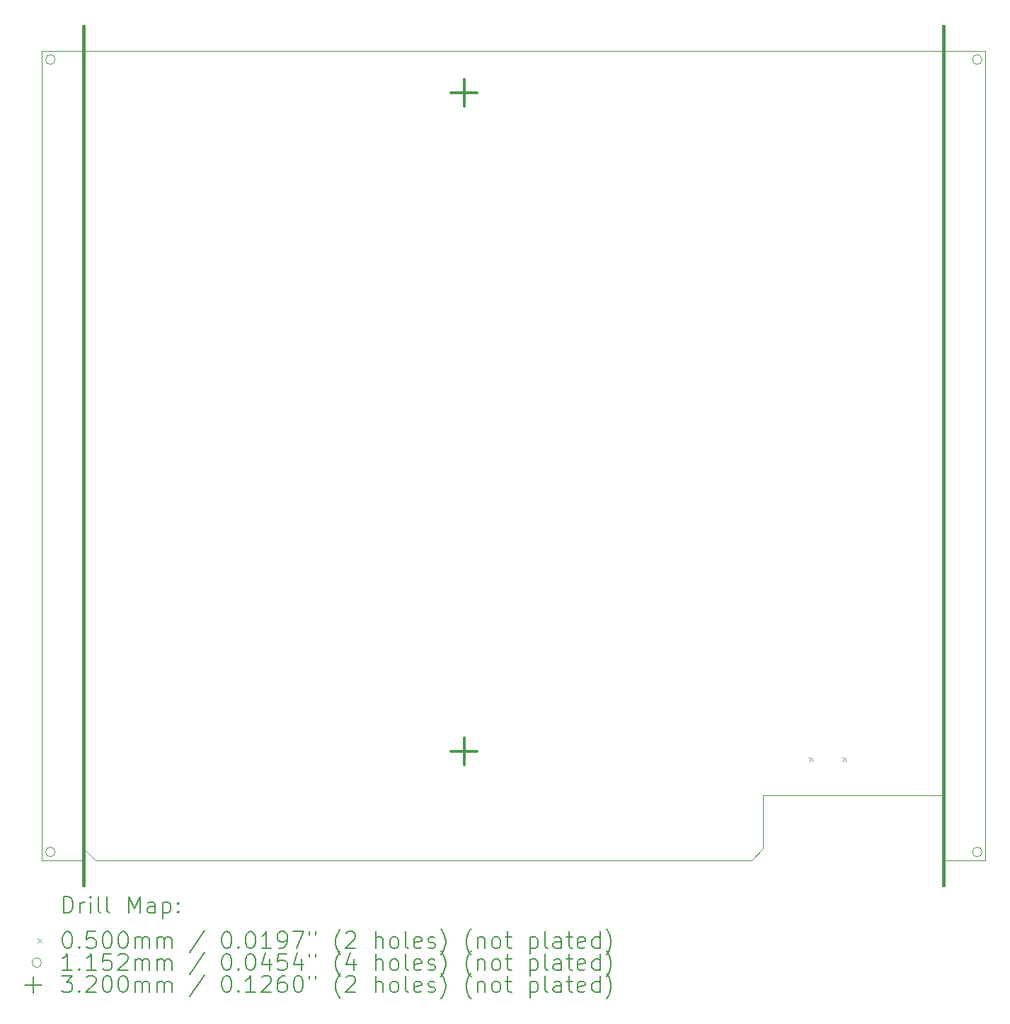
<source format=gbr>
%TF.GenerationSoftware,KiCad,Pcbnew,7.0.7*%
%TF.CreationDate,2023-10-23T19:44:44-06:00*%
%TF.ProjectId,PicoGUS chipdown with edge rails,5069636f-4755-4532-9063-686970646f77,rev?*%
%TF.SameCoordinates,Original*%
%TF.FileFunction,Drillmap*%
%TF.FilePolarity,Positive*%
%FSLAX45Y45*%
G04 Gerber Fmt 4.5, Leading zero omitted, Abs format (unit mm)*
G04 Created by KiCad (PCBNEW 7.0.7) date 2023-10-23 19:44:44*
%MOMM*%
%LPD*%
G01*
G04 APERTURE LIST*
%ADD10C,0.400000*%
%ADD11C,0.100000*%
%ADD12C,0.200000*%
%ADD13C,0.050000*%
%ADD14C,0.115200*%
%ADD15C,0.320000*%
G04 APERTURE END LIST*
D10*
X19994000Y-1700000D02*
X19994000Y-11973625D01*
X9706000Y-1700000D02*
X9706000Y-11973625D01*
D11*
X20493500Y-11673625D02*
X20493500Y-2000000D01*
X9706500Y-2000000D02*
X9206500Y-2000000D01*
X17691625Y-11671500D02*
X17834500Y-11530750D01*
X17834500Y-10895750D02*
X19993500Y-10895750D01*
X9206500Y-2000000D02*
X9206500Y-11673625D01*
X19993500Y-2000000D02*
X9706500Y-2000000D01*
X9206500Y-11673625D02*
X9206500Y-11673625D01*
X9706500Y-11673625D02*
X9706500Y-11530750D01*
X9206500Y-11673625D02*
X9706500Y-11673625D01*
X19993500Y-10895750D02*
X19993500Y-11673625D01*
X17834500Y-11530750D02*
X17834500Y-10895750D01*
X20493500Y-2000000D02*
X19993500Y-2000000D01*
X9849375Y-11673625D02*
X17691625Y-11671500D01*
X9706500Y-11530750D02*
X9849375Y-11673625D01*
X19993500Y-11673625D02*
X20493500Y-11673625D01*
D12*
D13*
X18377750Y-10440650D02*
X18427750Y-10490650D01*
X18427750Y-10440650D02*
X18377750Y-10490650D01*
X18777750Y-10440650D02*
X18827750Y-10490650D01*
X18827750Y-10440650D02*
X18777750Y-10490650D01*
D14*
X9364100Y-2100000D02*
G75*
G03*
X9364100Y-2100000I-57600J0D01*
G01*
X9364100Y-11573625D02*
G75*
G03*
X9364100Y-11573625I-57600J0D01*
G01*
X20451100Y-2100000D02*
G75*
G03*
X20451100Y-2100000I-57600J0D01*
G01*
X20451100Y-11573625D02*
G75*
G03*
X20451100Y-11573625I-57600J0D01*
G01*
D15*
X14254250Y-2334750D02*
X14254250Y-2654750D01*
X14094250Y-2494750D02*
X14414250Y-2494750D01*
X14254250Y-10208750D02*
X14254250Y-10528750D01*
X14094250Y-10368750D02*
X14414250Y-10368750D01*
D12*
X9462277Y-12305109D02*
X9462277Y-12105109D01*
X9462277Y-12105109D02*
X9509896Y-12105109D01*
X9509896Y-12105109D02*
X9538467Y-12114633D01*
X9538467Y-12114633D02*
X9557515Y-12133680D01*
X9557515Y-12133680D02*
X9567039Y-12152728D01*
X9567039Y-12152728D02*
X9576563Y-12190823D01*
X9576563Y-12190823D02*
X9576563Y-12219394D01*
X9576563Y-12219394D02*
X9567039Y-12257490D01*
X9567039Y-12257490D02*
X9557515Y-12276537D01*
X9557515Y-12276537D02*
X9538467Y-12295585D01*
X9538467Y-12295585D02*
X9509896Y-12305109D01*
X9509896Y-12305109D02*
X9462277Y-12305109D01*
X9662277Y-12305109D02*
X9662277Y-12171775D01*
X9662277Y-12209871D02*
X9671801Y-12190823D01*
X9671801Y-12190823D02*
X9681324Y-12181299D01*
X9681324Y-12181299D02*
X9700372Y-12171775D01*
X9700372Y-12171775D02*
X9719420Y-12171775D01*
X9786086Y-12305109D02*
X9786086Y-12171775D01*
X9786086Y-12105109D02*
X9776563Y-12114633D01*
X9776563Y-12114633D02*
X9786086Y-12124156D01*
X9786086Y-12124156D02*
X9795610Y-12114633D01*
X9795610Y-12114633D02*
X9786086Y-12105109D01*
X9786086Y-12105109D02*
X9786086Y-12124156D01*
X9909896Y-12305109D02*
X9890848Y-12295585D01*
X9890848Y-12295585D02*
X9881324Y-12276537D01*
X9881324Y-12276537D02*
X9881324Y-12105109D01*
X10014658Y-12305109D02*
X9995610Y-12295585D01*
X9995610Y-12295585D02*
X9986086Y-12276537D01*
X9986086Y-12276537D02*
X9986086Y-12105109D01*
X10243229Y-12305109D02*
X10243229Y-12105109D01*
X10243229Y-12105109D02*
X10309896Y-12247966D01*
X10309896Y-12247966D02*
X10376563Y-12105109D01*
X10376563Y-12105109D02*
X10376563Y-12305109D01*
X10557515Y-12305109D02*
X10557515Y-12200347D01*
X10557515Y-12200347D02*
X10547991Y-12181299D01*
X10547991Y-12181299D02*
X10528944Y-12171775D01*
X10528944Y-12171775D02*
X10490848Y-12171775D01*
X10490848Y-12171775D02*
X10471801Y-12181299D01*
X10557515Y-12295585D02*
X10538467Y-12305109D01*
X10538467Y-12305109D02*
X10490848Y-12305109D01*
X10490848Y-12305109D02*
X10471801Y-12295585D01*
X10471801Y-12295585D02*
X10462277Y-12276537D01*
X10462277Y-12276537D02*
X10462277Y-12257490D01*
X10462277Y-12257490D02*
X10471801Y-12238442D01*
X10471801Y-12238442D02*
X10490848Y-12228918D01*
X10490848Y-12228918D02*
X10538467Y-12228918D01*
X10538467Y-12228918D02*
X10557515Y-12219394D01*
X10652753Y-12171775D02*
X10652753Y-12371775D01*
X10652753Y-12181299D02*
X10671801Y-12171775D01*
X10671801Y-12171775D02*
X10709896Y-12171775D01*
X10709896Y-12171775D02*
X10728944Y-12181299D01*
X10728944Y-12181299D02*
X10738467Y-12190823D01*
X10738467Y-12190823D02*
X10747991Y-12209871D01*
X10747991Y-12209871D02*
X10747991Y-12267013D01*
X10747991Y-12267013D02*
X10738467Y-12286061D01*
X10738467Y-12286061D02*
X10728944Y-12295585D01*
X10728944Y-12295585D02*
X10709896Y-12305109D01*
X10709896Y-12305109D02*
X10671801Y-12305109D01*
X10671801Y-12305109D02*
X10652753Y-12295585D01*
X10833705Y-12286061D02*
X10843229Y-12295585D01*
X10843229Y-12295585D02*
X10833705Y-12305109D01*
X10833705Y-12305109D02*
X10824182Y-12295585D01*
X10824182Y-12295585D02*
X10833705Y-12286061D01*
X10833705Y-12286061D02*
X10833705Y-12305109D01*
X10833705Y-12181299D02*
X10843229Y-12190823D01*
X10843229Y-12190823D02*
X10833705Y-12200347D01*
X10833705Y-12200347D02*
X10824182Y-12190823D01*
X10824182Y-12190823D02*
X10833705Y-12181299D01*
X10833705Y-12181299D02*
X10833705Y-12200347D01*
D13*
X9151500Y-12608625D02*
X9201500Y-12658625D01*
X9201500Y-12608625D02*
X9151500Y-12658625D01*
D12*
X9500372Y-12525109D02*
X9519420Y-12525109D01*
X9519420Y-12525109D02*
X9538467Y-12534633D01*
X9538467Y-12534633D02*
X9547991Y-12544156D01*
X9547991Y-12544156D02*
X9557515Y-12563204D01*
X9557515Y-12563204D02*
X9567039Y-12601299D01*
X9567039Y-12601299D02*
X9567039Y-12648918D01*
X9567039Y-12648918D02*
X9557515Y-12687013D01*
X9557515Y-12687013D02*
X9547991Y-12706061D01*
X9547991Y-12706061D02*
X9538467Y-12715585D01*
X9538467Y-12715585D02*
X9519420Y-12725109D01*
X9519420Y-12725109D02*
X9500372Y-12725109D01*
X9500372Y-12725109D02*
X9481324Y-12715585D01*
X9481324Y-12715585D02*
X9471801Y-12706061D01*
X9471801Y-12706061D02*
X9462277Y-12687013D01*
X9462277Y-12687013D02*
X9452753Y-12648918D01*
X9452753Y-12648918D02*
X9452753Y-12601299D01*
X9452753Y-12601299D02*
X9462277Y-12563204D01*
X9462277Y-12563204D02*
X9471801Y-12544156D01*
X9471801Y-12544156D02*
X9481324Y-12534633D01*
X9481324Y-12534633D02*
X9500372Y-12525109D01*
X9652753Y-12706061D02*
X9662277Y-12715585D01*
X9662277Y-12715585D02*
X9652753Y-12725109D01*
X9652753Y-12725109D02*
X9643229Y-12715585D01*
X9643229Y-12715585D02*
X9652753Y-12706061D01*
X9652753Y-12706061D02*
X9652753Y-12725109D01*
X9843229Y-12525109D02*
X9747991Y-12525109D01*
X9747991Y-12525109D02*
X9738467Y-12620347D01*
X9738467Y-12620347D02*
X9747991Y-12610823D01*
X9747991Y-12610823D02*
X9767039Y-12601299D01*
X9767039Y-12601299D02*
X9814658Y-12601299D01*
X9814658Y-12601299D02*
X9833705Y-12610823D01*
X9833705Y-12610823D02*
X9843229Y-12620347D01*
X9843229Y-12620347D02*
X9852753Y-12639394D01*
X9852753Y-12639394D02*
X9852753Y-12687013D01*
X9852753Y-12687013D02*
X9843229Y-12706061D01*
X9843229Y-12706061D02*
X9833705Y-12715585D01*
X9833705Y-12715585D02*
X9814658Y-12725109D01*
X9814658Y-12725109D02*
X9767039Y-12725109D01*
X9767039Y-12725109D02*
X9747991Y-12715585D01*
X9747991Y-12715585D02*
X9738467Y-12706061D01*
X9976563Y-12525109D02*
X9995610Y-12525109D01*
X9995610Y-12525109D02*
X10014658Y-12534633D01*
X10014658Y-12534633D02*
X10024182Y-12544156D01*
X10024182Y-12544156D02*
X10033705Y-12563204D01*
X10033705Y-12563204D02*
X10043229Y-12601299D01*
X10043229Y-12601299D02*
X10043229Y-12648918D01*
X10043229Y-12648918D02*
X10033705Y-12687013D01*
X10033705Y-12687013D02*
X10024182Y-12706061D01*
X10024182Y-12706061D02*
X10014658Y-12715585D01*
X10014658Y-12715585D02*
X9995610Y-12725109D01*
X9995610Y-12725109D02*
X9976563Y-12725109D01*
X9976563Y-12725109D02*
X9957515Y-12715585D01*
X9957515Y-12715585D02*
X9947991Y-12706061D01*
X9947991Y-12706061D02*
X9938467Y-12687013D01*
X9938467Y-12687013D02*
X9928944Y-12648918D01*
X9928944Y-12648918D02*
X9928944Y-12601299D01*
X9928944Y-12601299D02*
X9938467Y-12563204D01*
X9938467Y-12563204D02*
X9947991Y-12544156D01*
X9947991Y-12544156D02*
X9957515Y-12534633D01*
X9957515Y-12534633D02*
X9976563Y-12525109D01*
X10167039Y-12525109D02*
X10186086Y-12525109D01*
X10186086Y-12525109D02*
X10205134Y-12534633D01*
X10205134Y-12534633D02*
X10214658Y-12544156D01*
X10214658Y-12544156D02*
X10224182Y-12563204D01*
X10224182Y-12563204D02*
X10233705Y-12601299D01*
X10233705Y-12601299D02*
X10233705Y-12648918D01*
X10233705Y-12648918D02*
X10224182Y-12687013D01*
X10224182Y-12687013D02*
X10214658Y-12706061D01*
X10214658Y-12706061D02*
X10205134Y-12715585D01*
X10205134Y-12715585D02*
X10186086Y-12725109D01*
X10186086Y-12725109D02*
X10167039Y-12725109D01*
X10167039Y-12725109D02*
X10147991Y-12715585D01*
X10147991Y-12715585D02*
X10138467Y-12706061D01*
X10138467Y-12706061D02*
X10128944Y-12687013D01*
X10128944Y-12687013D02*
X10119420Y-12648918D01*
X10119420Y-12648918D02*
X10119420Y-12601299D01*
X10119420Y-12601299D02*
X10128944Y-12563204D01*
X10128944Y-12563204D02*
X10138467Y-12544156D01*
X10138467Y-12544156D02*
X10147991Y-12534633D01*
X10147991Y-12534633D02*
X10167039Y-12525109D01*
X10319420Y-12725109D02*
X10319420Y-12591775D01*
X10319420Y-12610823D02*
X10328944Y-12601299D01*
X10328944Y-12601299D02*
X10347991Y-12591775D01*
X10347991Y-12591775D02*
X10376563Y-12591775D01*
X10376563Y-12591775D02*
X10395610Y-12601299D01*
X10395610Y-12601299D02*
X10405134Y-12620347D01*
X10405134Y-12620347D02*
X10405134Y-12725109D01*
X10405134Y-12620347D02*
X10414658Y-12601299D01*
X10414658Y-12601299D02*
X10433705Y-12591775D01*
X10433705Y-12591775D02*
X10462277Y-12591775D01*
X10462277Y-12591775D02*
X10481325Y-12601299D01*
X10481325Y-12601299D02*
X10490848Y-12620347D01*
X10490848Y-12620347D02*
X10490848Y-12725109D01*
X10586086Y-12725109D02*
X10586086Y-12591775D01*
X10586086Y-12610823D02*
X10595610Y-12601299D01*
X10595610Y-12601299D02*
X10614658Y-12591775D01*
X10614658Y-12591775D02*
X10643229Y-12591775D01*
X10643229Y-12591775D02*
X10662277Y-12601299D01*
X10662277Y-12601299D02*
X10671801Y-12620347D01*
X10671801Y-12620347D02*
X10671801Y-12725109D01*
X10671801Y-12620347D02*
X10681325Y-12601299D01*
X10681325Y-12601299D02*
X10700372Y-12591775D01*
X10700372Y-12591775D02*
X10728944Y-12591775D01*
X10728944Y-12591775D02*
X10747991Y-12601299D01*
X10747991Y-12601299D02*
X10757515Y-12620347D01*
X10757515Y-12620347D02*
X10757515Y-12725109D01*
X11147991Y-12515585D02*
X10976563Y-12772728D01*
X11405134Y-12525109D02*
X11424182Y-12525109D01*
X11424182Y-12525109D02*
X11443229Y-12534633D01*
X11443229Y-12534633D02*
X11452753Y-12544156D01*
X11452753Y-12544156D02*
X11462277Y-12563204D01*
X11462277Y-12563204D02*
X11471801Y-12601299D01*
X11471801Y-12601299D02*
X11471801Y-12648918D01*
X11471801Y-12648918D02*
X11462277Y-12687013D01*
X11462277Y-12687013D02*
X11452753Y-12706061D01*
X11452753Y-12706061D02*
X11443229Y-12715585D01*
X11443229Y-12715585D02*
X11424182Y-12725109D01*
X11424182Y-12725109D02*
X11405134Y-12725109D01*
X11405134Y-12725109D02*
X11386086Y-12715585D01*
X11386086Y-12715585D02*
X11376563Y-12706061D01*
X11376563Y-12706061D02*
X11367039Y-12687013D01*
X11367039Y-12687013D02*
X11357515Y-12648918D01*
X11357515Y-12648918D02*
X11357515Y-12601299D01*
X11357515Y-12601299D02*
X11367039Y-12563204D01*
X11367039Y-12563204D02*
X11376563Y-12544156D01*
X11376563Y-12544156D02*
X11386086Y-12534633D01*
X11386086Y-12534633D02*
X11405134Y-12525109D01*
X11557515Y-12706061D02*
X11567039Y-12715585D01*
X11567039Y-12715585D02*
X11557515Y-12725109D01*
X11557515Y-12725109D02*
X11547991Y-12715585D01*
X11547991Y-12715585D02*
X11557515Y-12706061D01*
X11557515Y-12706061D02*
X11557515Y-12725109D01*
X11690848Y-12525109D02*
X11709896Y-12525109D01*
X11709896Y-12525109D02*
X11728944Y-12534633D01*
X11728944Y-12534633D02*
X11738467Y-12544156D01*
X11738467Y-12544156D02*
X11747991Y-12563204D01*
X11747991Y-12563204D02*
X11757515Y-12601299D01*
X11757515Y-12601299D02*
X11757515Y-12648918D01*
X11757515Y-12648918D02*
X11747991Y-12687013D01*
X11747991Y-12687013D02*
X11738467Y-12706061D01*
X11738467Y-12706061D02*
X11728944Y-12715585D01*
X11728944Y-12715585D02*
X11709896Y-12725109D01*
X11709896Y-12725109D02*
X11690848Y-12725109D01*
X11690848Y-12725109D02*
X11671801Y-12715585D01*
X11671801Y-12715585D02*
X11662277Y-12706061D01*
X11662277Y-12706061D02*
X11652753Y-12687013D01*
X11652753Y-12687013D02*
X11643229Y-12648918D01*
X11643229Y-12648918D02*
X11643229Y-12601299D01*
X11643229Y-12601299D02*
X11652753Y-12563204D01*
X11652753Y-12563204D02*
X11662277Y-12544156D01*
X11662277Y-12544156D02*
X11671801Y-12534633D01*
X11671801Y-12534633D02*
X11690848Y-12525109D01*
X11947991Y-12725109D02*
X11833706Y-12725109D01*
X11890848Y-12725109D02*
X11890848Y-12525109D01*
X11890848Y-12525109D02*
X11871801Y-12553680D01*
X11871801Y-12553680D02*
X11852753Y-12572728D01*
X11852753Y-12572728D02*
X11833706Y-12582252D01*
X12043229Y-12725109D02*
X12081325Y-12725109D01*
X12081325Y-12725109D02*
X12100372Y-12715585D01*
X12100372Y-12715585D02*
X12109896Y-12706061D01*
X12109896Y-12706061D02*
X12128944Y-12677490D01*
X12128944Y-12677490D02*
X12138467Y-12639394D01*
X12138467Y-12639394D02*
X12138467Y-12563204D01*
X12138467Y-12563204D02*
X12128944Y-12544156D01*
X12128944Y-12544156D02*
X12119420Y-12534633D01*
X12119420Y-12534633D02*
X12100372Y-12525109D01*
X12100372Y-12525109D02*
X12062277Y-12525109D01*
X12062277Y-12525109D02*
X12043229Y-12534633D01*
X12043229Y-12534633D02*
X12033706Y-12544156D01*
X12033706Y-12544156D02*
X12024182Y-12563204D01*
X12024182Y-12563204D02*
X12024182Y-12610823D01*
X12024182Y-12610823D02*
X12033706Y-12629871D01*
X12033706Y-12629871D02*
X12043229Y-12639394D01*
X12043229Y-12639394D02*
X12062277Y-12648918D01*
X12062277Y-12648918D02*
X12100372Y-12648918D01*
X12100372Y-12648918D02*
X12119420Y-12639394D01*
X12119420Y-12639394D02*
X12128944Y-12629871D01*
X12128944Y-12629871D02*
X12138467Y-12610823D01*
X12205134Y-12525109D02*
X12338467Y-12525109D01*
X12338467Y-12525109D02*
X12252753Y-12725109D01*
X12405134Y-12525109D02*
X12405134Y-12563204D01*
X12481325Y-12525109D02*
X12481325Y-12563204D01*
X12776563Y-12801299D02*
X12767039Y-12791775D01*
X12767039Y-12791775D02*
X12747991Y-12763204D01*
X12747991Y-12763204D02*
X12738468Y-12744156D01*
X12738468Y-12744156D02*
X12728944Y-12715585D01*
X12728944Y-12715585D02*
X12719420Y-12667966D01*
X12719420Y-12667966D02*
X12719420Y-12629871D01*
X12719420Y-12629871D02*
X12728944Y-12582252D01*
X12728944Y-12582252D02*
X12738468Y-12553680D01*
X12738468Y-12553680D02*
X12747991Y-12534633D01*
X12747991Y-12534633D02*
X12767039Y-12506061D01*
X12767039Y-12506061D02*
X12776563Y-12496537D01*
X12843229Y-12544156D02*
X12852753Y-12534633D01*
X12852753Y-12534633D02*
X12871801Y-12525109D01*
X12871801Y-12525109D02*
X12919420Y-12525109D01*
X12919420Y-12525109D02*
X12938468Y-12534633D01*
X12938468Y-12534633D02*
X12947991Y-12544156D01*
X12947991Y-12544156D02*
X12957515Y-12563204D01*
X12957515Y-12563204D02*
X12957515Y-12582252D01*
X12957515Y-12582252D02*
X12947991Y-12610823D01*
X12947991Y-12610823D02*
X12833706Y-12725109D01*
X12833706Y-12725109D02*
X12957515Y-12725109D01*
X13195610Y-12725109D02*
X13195610Y-12525109D01*
X13281325Y-12725109D02*
X13281325Y-12620347D01*
X13281325Y-12620347D02*
X13271801Y-12601299D01*
X13271801Y-12601299D02*
X13252753Y-12591775D01*
X13252753Y-12591775D02*
X13224182Y-12591775D01*
X13224182Y-12591775D02*
X13205134Y-12601299D01*
X13205134Y-12601299D02*
X13195610Y-12610823D01*
X13405134Y-12725109D02*
X13386087Y-12715585D01*
X13386087Y-12715585D02*
X13376563Y-12706061D01*
X13376563Y-12706061D02*
X13367039Y-12687013D01*
X13367039Y-12687013D02*
X13367039Y-12629871D01*
X13367039Y-12629871D02*
X13376563Y-12610823D01*
X13376563Y-12610823D02*
X13386087Y-12601299D01*
X13386087Y-12601299D02*
X13405134Y-12591775D01*
X13405134Y-12591775D02*
X13433706Y-12591775D01*
X13433706Y-12591775D02*
X13452753Y-12601299D01*
X13452753Y-12601299D02*
X13462277Y-12610823D01*
X13462277Y-12610823D02*
X13471801Y-12629871D01*
X13471801Y-12629871D02*
X13471801Y-12687013D01*
X13471801Y-12687013D02*
X13462277Y-12706061D01*
X13462277Y-12706061D02*
X13452753Y-12715585D01*
X13452753Y-12715585D02*
X13433706Y-12725109D01*
X13433706Y-12725109D02*
X13405134Y-12725109D01*
X13586087Y-12725109D02*
X13567039Y-12715585D01*
X13567039Y-12715585D02*
X13557515Y-12696537D01*
X13557515Y-12696537D02*
X13557515Y-12525109D01*
X13738468Y-12715585D02*
X13719420Y-12725109D01*
X13719420Y-12725109D02*
X13681325Y-12725109D01*
X13681325Y-12725109D02*
X13662277Y-12715585D01*
X13662277Y-12715585D02*
X13652753Y-12696537D01*
X13652753Y-12696537D02*
X13652753Y-12620347D01*
X13652753Y-12620347D02*
X13662277Y-12601299D01*
X13662277Y-12601299D02*
X13681325Y-12591775D01*
X13681325Y-12591775D02*
X13719420Y-12591775D01*
X13719420Y-12591775D02*
X13738468Y-12601299D01*
X13738468Y-12601299D02*
X13747991Y-12620347D01*
X13747991Y-12620347D02*
X13747991Y-12639394D01*
X13747991Y-12639394D02*
X13652753Y-12658442D01*
X13824182Y-12715585D02*
X13843230Y-12725109D01*
X13843230Y-12725109D02*
X13881325Y-12725109D01*
X13881325Y-12725109D02*
X13900372Y-12715585D01*
X13900372Y-12715585D02*
X13909896Y-12696537D01*
X13909896Y-12696537D02*
X13909896Y-12687013D01*
X13909896Y-12687013D02*
X13900372Y-12667966D01*
X13900372Y-12667966D02*
X13881325Y-12658442D01*
X13881325Y-12658442D02*
X13852753Y-12658442D01*
X13852753Y-12658442D02*
X13833706Y-12648918D01*
X13833706Y-12648918D02*
X13824182Y-12629871D01*
X13824182Y-12629871D02*
X13824182Y-12620347D01*
X13824182Y-12620347D02*
X13833706Y-12601299D01*
X13833706Y-12601299D02*
X13852753Y-12591775D01*
X13852753Y-12591775D02*
X13881325Y-12591775D01*
X13881325Y-12591775D02*
X13900372Y-12601299D01*
X13976563Y-12801299D02*
X13986087Y-12791775D01*
X13986087Y-12791775D02*
X14005134Y-12763204D01*
X14005134Y-12763204D02*
X14014658Y-12744156D01*
X14014658Y-12744156D02*
X14024182Y-12715585D01*
X14024182Y-12715585D02*
X14033706Y-12667966D01*
X14033706Y-12667966D02*
X14033706Y-12629871D01*
X14033706Y-12629871D02*
X14024182Y-12582252D01*
X14024182Y-12582252D02*
X14014658Y-12553680D01*
X14014658Y-12553680D02*
X14005134Y-12534633D01*
X14005134Y-12534633D02*
X13986087Y-12506061D01*
X13986087Y-12506061D02*
X13976563Y-12496537D01*
X14338468Y-12801299D02*
X14328944Y-12791775D01*
X14328944Y-12791775D02*
X14309896Y-12763204D01*
X14309896Y-12763204D02*
X14300372Y-12744156D01*
X14300372Y-12744156D02*
X14290849Y-12715585D01*
X14290849Y-12715585D02*
X14281325Y-12667966D01*
X14281325Y-12667966D02*
X14281325Y-12629871D01*
X14281325Y-12629871D02*
X14290849Y-12582252D01*
X14290849Y-12582252D02*
X14300372Y-12553680D01*
X14300372Y-12553680D02*
X14309896Y-12534633D01*
X14309896Y-12534633D02*
X14328944Y-12506061D01*
X14328944Y-12506061D02*
X14338468Y-12496537D01*
X14414658Y-12591775D02*
X14414658Y-12725109D01*
X14414658Y-12610823D02*
X14424182Y-12601299D01*
X14424182Y-12601299D02*
X14443230Y-12591775D01*
X14443230Y-12591775D02*
X14471801Y-12591775D01*
X14471801Y-12591775D02*
X14490849Y-12601299D01*
X14490849Y-12601299D02*
X14500372Y-12620347D01*
X14500372Y-12620347D02*
X14500372Y-12725109D01*
X14624182Y-12725109D02*
X14605134Y-12715585D01*
X14605134Y-12715585D02*
X14595611Y-12706061D01*
X14595611Y-12706061D02*
X14586087Y-12687013D01*
X14586087Y-12687013D02*
X14586087Y-12629871D01*
X14586087Y-12629871D02*
X14595611Y-12610823D01*
X14595611Y-12610823D02*
X14605134Y-12601299D01*
X14605134Y-12601299D02*
X14624182Y-12591775D01*
X14624182Y-12591775D02*
X14652753Y-12591775D01*
X14652753Y-12591775D02*
X14671801Y-12601299D01*
X14671801Y-12601299D02*
X14681325Y-12610823D01*
X14681325Y-12610823D02*
X14690849Y-12629871D01*
X14690849Y-12629871D02*
X14690849Y-12687013D01*
X14690849Y-12687013D02*
X14681325Y-12706061D01*
X14681325Y-12706061D02*
X14671801Y-12715585D01*
X14671801Y-12715585D02*
X14652753Y-12725109D01*
X14652753Y-12725109D02*
X14624182Y-12725109D01*
X14747992Y-12591775D02*
X14824182Y-12591775D01*
X14776563Y-12525109D02*
X14776563Y-12696537D01*
X14776563Y-12696537D02*
X14786087Y-12715585D01*
X14786087Y-12715585D02*
X14805134Y-12725109D01*
X14805134Y-12725109D02*
X14824182Y-12725109D01*
X15043230Y-12591775D02*
X15043230Y-12791775D01*
X15043230Y-12601299D02*
X15062277Y-12591775D01*
X15062277Y-12591775D02*
X15100373Y-12591775D01*
X15100373Y-12591775D02*
X15119420Y-12601299D01*
X15119420Y-12601299D02*
X15128944Y-12610823D01*
X15128944Y-12610823D02*
X15138468Y-12629871D01*
X15138468Y-12629871D02*
X15138468Y-12687013D01*
X15138468Y-12687013D02*
X15128944Y-12706061D01*
X15128944Y-12706061D02*
X15119420Y-12715585D01*
X15119420Y-12715585D02*
X15100373Y-12725109D01*
X15100373Y-12725109D02*
X15062277Y-12725109D01*
X15062277Y-12725109D02*
X15043230Y-12715585D01*
X15252753Y-12725109D02*
X15233706Y-12715585D01*
X15233706Y-12715585D02*
X15224182Y-12696537D01*
X15224182Y-12696537D02*
X15224182Y-12525109D01*
X15414658Y-12725109D02*
X15414658Y-12620347D01*
X15414658Y-12620347D02*
X15405134Y-12601299D01*
X15405134Y-12601299D02*
X15386087Y-12591775D01*
X15386087Y-12591775D02*
X15347992Y-12591775D01*
X15347992Y-12591775D02*
X15328944Y-12601299D01*
X15414658Y-12715585D02*
X15395611Y-12725109D01*
X15395611Y-12725109D02*
X15347992Y-12725109D01*
X15347992Y-12725109D02*
X15328944Y-12715585D01*
X15328944Y-12715585D02*
X15319420Y-12696537D01*
X15319420Y-12696537D02*
X15319420Y-12677490D01*
X15319420Y-12677490D02*
X15328944Y-12658442D01*
X15328944Y-12658442D02*
X15347992Y-12648918D01*
X15347992Y-12648918D02*
X15395611Y-12648918D01*
X15395611Y-12648918D02*
X15414658Y-12639394D01*
X15481325Y-12591775D02*
X15557515Y-12591775D01*
X15509896Y-12525109D02*
X15509896Y-12696537D01*
X15509896Y-12696537D02*
X15519420Y-12715585D01*
X15519420Y-12715585D02*
X15538468Y-12725109D01*
X15538468Y-12725109D02*
X15557515Y-12725109D01*
X15700373Y-12715585D02*
X15681325Y-12725109D01*
X15681325Y-12725109D02*
X15643230Y-12725109D01*
X15643230Y-12725109D02*
X15624182Y-12715585D01*
X15624182Y-12715585D02*
X15614658Y-12696537D01*
X15614658Y-12696537D02*
X15614658Y-12620347D01*
X15614658Y-12620347D02*
X15624182Y-12601299D01*
X15624182Y-12601299D02*
X15643230Y-12591775D01*
X15643230Y-12591775D02*
X15681325Y-12591775D01*
X15681325Y-12591775D02*
X15700373Y-12601299D01*
X15700373Y-12601299D02*
X15709896Y-12620347D01*
X15709896Y-12620347D02*
X15709896Y-12639394D01*
X15709896Y-12639394D02*
X15614658Y-12658442D01*
X15881325Y-12725109D02*
X15881325Y-12525109D01*
X15881325Y-12715585D02*
X15862277Y-12725109D01*
X15862277Y-12725109D02*
X15824182Y-12725109D01*
X15824182Y-12725109D02*
X15805134Y-12715585D01*
X15805134Y-12715585D02*
X15795611Y-12706061D01*
X15795611Y-12706061D02*
X15786087Y-12687013D01*
X15786087Y-12687013D02*
X15786087Y-12629871D01*
X15786087Y-12629871D02*
X15795611Y-12610823D01*
X15795611Y-12610823D02*
X15805134Y-12601299D01*
X15805134Y-12601299D02*
X15824182Y-12591775D01*
X15824182Y-12591775D02*
X15862277Y-12591775D01*
X15862277Y-12591775D02*
X15881325Y-12601299D01*
X15957515Y-12801299D02*
X15967039Y-12791775D01*
X15967039Y-12791775D02*
X15986087Y-12763204D01*
X15986087Y-12763204D02*
X15995611Y-12744156D01*
X15995611Y-12744156D02*
X16005134Y-12715585D01*
X16005134Y-12715585D02*
X16014658Y-12667966D01*
X16014658Y-12667966D02*
X16014658Y-12629871D01*
X16014658Y-12629871D02*
X16005134Y-12582252D01*
X16005134Y-12582252D02*
X15995611Y-12553680D01*
X15995611Y-12553680D02*
X15986087Y-12534633D01*
X15986087Y-12534633D02*
X15967039Y-12506061D01*
X15967039Y-12506061D02*
X15957515Y-12496537D01*
D14*
X9201500Y-12897625D02*
G75*
G03*
X9201500Y-12897625I-57600J0D01*
G01*
D12*
X9567039Y-12989109D02*
X9452753Y-12989109D01*
X9509896Y-12989109D02*
X9509896Y-12789109D01*
X9509896Y-12789109D02*
X9490848Y-12817680D01*
X9490848Y-12817680D02*
X9471801Y-12836728D01*
X9471801Y-12836728D02*
X9452753Y-12846252D01*
X9652753Y-12970061D02*
X9662277Y-12979585D01*
X9662277Y-12979585D02*
X9652753Y-12989109D01*
X9652753Y-12989109D02*
X9643229Y-12979585D01*
X9643229Y-12979585D02*
X9652753Y-12970061D01*
X9652753Y-12970061D02*
X9652753Y-12989109D01*
X9852753Y-12989109D02*
X9738467Y-12989109D01*
X9795610Y-12989109D02*
X9795610Y-12789109D01*
X9795610Y-12789109D02*
X9776563Y-12817680D01*
X9776563Y-12817680D02*
X9757515Y-12836728D01*
X9757515Y-12836728D02*
X9738467Y-12846252D01*
X10033705Y-12789109D02*
X9938467Y-12789109D01*
X9938467Y-12789109D02*
X9928944Y-12884347D01*
X9928944Y-12884347D02*
X9938467Y-12874823D01*
X9938467Y-12874823D02*
X9957515Y-12865299D01*
X9957515Y-12865299D02*
X10005134Y-12865299D01*
X10005134Y-12865299D02*
X10024182Y-12874823D01*
X10024182Y-12874823D02*
X10033705Y-12884347D01*
X10033705Y-12884347D02*
X10043229Y-12903394D01*
X10043229Y-12903394D02*
X10043229Y-12951013D01*
X10043229Y-12951013D02*
X10033705Y-12970061D01*
X10033705Y-12970061D02*
X10024182Y-12979585D01*
X10024182Y-12979585D02*
X10005134Y-12989109D01*
X10005134Y-12989109D02*
X9957515Y-12989109D01*
X9957515Y-12989109D02*
X9938467Y-12979585D01*
X9938467Y-12979585D02*
X9928944Y-12970061D01*
X10119420Y-12808156D02*
X10128944Y-12798633D01*
X10128944Y-12798633D02*
X10147991Y-12789109D01*
X10147991Y-12789109D02*
X10195610Y-12789109D01*
X10195610Y-12789109D02*
X10214658Y-12798633D01*
X10214658Y-12798633D02*
X10224182Y-12808156D01*
X10224182Y-12808156D02*
X10233705Y-12827204D01*
X10233705Y-12827204D02*
X10233705Y-12846252D01*
X10233705Y-12846252D02*
X10224182Y-12874823D01*
X10224182Y-12874823D02*
X10109896Y-12989109D01*
X10109896Y-12989109D02*
X10233705Y-12989109D01*
X10319420Y-12989109D02*
X10319420Y-12855775D01*
X10319420Y-12874823D02*
X10328944Y-12865299D01*
X10328944Y-12865299D02*
X10347991Y-12855775D01*
X10347991Y-12855775D02*
X10376563Y-12855775D01*
X10376563Y-12855775D02*
X10395610Y-12865299D01*
X10395610Y-12865299D02*
X10405134Y-12884347D01*
X10405134Y-12884347D02*
X10405134Y-12989109D01*
X10405134Y-12884347D02*
X10414658Y-12865299D01*
X10414658Y-12865299D02*
X10433705Y-12855775D01*
X10433705Y-12855775D02*
X10462277Y-12855775D01*
X10462277Y-12855775D02*
X10481325Y-12865299D01*
X10481325Y-12865299D02*
X10490848Y-12884347D01*
X10490848Y-12884347D02*
X10490848Y-12989109D01*
X10586086Y-12989109D02*
X10586086Y-12855775D01*
X10586086Y-12874823D02*
X10595610Y-12865299D01*
X10595610Y-12865299D02*
X10614658Y-12855775D01*
X10614658Y-12855775D02*
X10643229Y-12855775D01*
X10643229Y-12855775D02*
X10662277Y-12865299D01*
X10662277Y-12865299D02*
X10671801Y-12884347D01*
X10671801Y-12884347D02*
X10671801Y-12989109D01*
X10671801Y-12884347D02*
X10681325Y-12865299D01*
X10681325Y-12865299D02*
X10700372Y-12855775D01*
X10700372Y-12855775D02*
X10728944Y-12855775D01*
X10728944Y-12855775D02*
X10747991Y-12865299D01*
X10747991Y-12865299D02*
X10757515Y-12884347D01*
X10757515Y-12884347D02*
X10757515Y-12989109D01*
X11147991Y-12779585D02*
X10976563Y-13036728D01*
X11405134Y-12789109D02*
X11424182Y-12789109D01*
X11424182Y-12789109D02*
X11443229Y-12798633D01*
X11443229Y-12798633D02*
X11452753Y-12808156D01*
X11452753Y-12808156D02*
X11462277Y-12827204D01*
X11462277Y-12827204D02*
X11471801Y-12865299D01*
X11471801Y-12865299D02*
X11471801Y-12912918D01*
X11471801Y-12912918D02*
X11462277Y-12951013D01*
X11462277Y-12951013D02*
X11452753Y-12970061D01*
X11452753Y-12970061D02*
X11443229Y-12979585D01*
X11443229Y-12979585D02*
X11424182Y-12989109D01*
X11424182Y-12989109D02*
X11405134Y-12989109D01*
X11405134Y-12989109D02*
X11386086Y-12979585D01*
X11386086Y-12979585D02*
X11376563Y-12970061D01*
X11376563Y-12970061D02*
X11367039Y-12951013D01*
X11367039Y-12951013D02*
X11357515Y-12912918D01*
X11357515Y-12912918D02*
X11357515Y-12865299D01*
X11357515Y-12865299D02*
X11367039Y-12827204D01*
X11367039Y-12827204D02*
X11376563Y-12808156D01*
X11376563Y-12808156D02*
X11386086Y-12798633D01*
X11386086Y-12798633D02*
X11405134Y-12789109D01*
X11557515Y-12970061D02*
X11567039Y-12979585D01*
X11567039Y-12979585D02*
X11557515Y-12989109D01*
X11557515Y-12989109D02*
X11547991Y-12979585D01*
X11547991Y-12979585D02*
X11557515Y-12970061D01*
X11557515Y-12970061D02*
X11557515Y-12989109D01*
X11690848Y-12789109D02*
X11709896Y-12789109D01*
X11709896Y-12789109D02*
X11728944Y-12798633D01*
X11728944Y-12798633D02*
X11738467Y-12808156D01*
X11738467Y-12808156D02*
X11747991Y-12827204D01*
X11747991Y-12827204D02*
X11757515Y-12865299D01*
X11757515Y-12865299D02*
X11757515Y-12912918D01*
X11757515Y-12912918D02*
X11747991Y-12951013D01*
X11747991Y-12951013D02*
X11738467Y-12970061D01*
X11738467Y-12970061D02*
X11728944Y-12979585D01*
X11728944Y-12979585D02*
X11709896Y-12989109D01*
X11709896Y-12989109D02*
X11690848Y-12989109D01*
X11690848Y-12989109D02*
X11671801Y-12979585D01*
X11671801Y-12979585D02*
X11662277Y-12970061D01*
X11662277Y-12970061D02*
X11652753Y-12951013D01*
X11652753Y-12951013D02*
X11643229Y-12912918D01*
X11643229Y-12912918D02*
X11643229Y-12865299D01*
X11643229Y-12865299D02*
X11652753Y-12827204D01*
X11652753Y-12827204D02*
X11662277Y-12808156D01*
X11662277Y-12808156D02*
X11671801Y-12798633D01*
X11671801Y-12798633D02*
X11690848Y-12789109D01*
X11928944Y-12855775D02*
X11928944Y-12989109D01*
X11881325Y-12779585D02*
X11833706Y-12922442D01*
X11833706Y-12922442D02*
X11957515Y-12922442D01*
X12128944Y-12789109D02*
X12033706Y-12789109D01*
X12033706Y-12789109D02*
X12024182Y-12884347D01*
X12024182Y-12884347D02*
X12033706Y-12874823D01*
X12033706Y-12874823D02*
X12052753Y-12865299D01*
X12052753Y-12865299D02*
X12100372Y-12865299D01*
X12100372Y-12865299D02*
X12119420Y-12874823D01*
X12119420Y-12874823D02*
X12128944Y-12884347D01*
X12128944Y-12884347D02*
X12138467Y-12903394D01*
X12138467Y-12903394D02*
X12138467Y-12951013D01*
X12138467Y-12951013D02*
X12128944Y-12970061D01*
X12128944Y-12970061D02*
X12119420Y-12979585D01*
X12119420Y-12979585D02*
X12100372Y-12989109D01*
X12100372Y-12989109D02*
X12052753Y-12989109D01*
X12052753Y-12989109D02*
X12033706Y-12979585D01*
X12033706Y-12979585D02*
X12024182Y-12970061D01*
X12309896Y-12855775D02*
X12309896Y-12989109D01*
X12262277Y-12779585D02*
X12214658Y-12922442D01*
X12214658Y-12922442D02*
X12338467Y-12922442D01*
X12405134Y-12789109D02*
X12405134Y-12827204D01*
X12481325Y-12789109D02*
X12481325Y-12827204D01*
X12776563Y-13065299D02*
X12767039Y-13055775D01*
X12767039Y-13055775D02*
X12747991Y-13027204D01*
X12747991Y-13027204D02*
X12738468Y-13008156D01*
X12738468Y-13008156D02*
X12728944Y-12979585D01*
X12728944Y-12979585D02*
X12719420Y-12931966D01*
X12719420Y-12931966D02*
X12719420Y-12893871D01*
X12719420Y-12893871D02*
X12728944Y-12846252D01*
X12728944Y-12846252D02*
X12738468Y-12817680D01*
X12738468Y-12817680D02*
X12747991Y-12798633D01*
X12747991Y-12798633D02*
X12767039Y-12770061D01*
X12767039Y-12770061D02*
X12776563Y-12760537D01*
X12938468Y-12855775D02*
X12938468Y-12989109D01*
X12890848Y-12779585D02*
X12843229Y-12922442D01*
X12843229Y-12922442D02*
X12967039Y-12922442D01*
X13195610Y-12989109D02*
X13195610Y-12789109D01*
X13281325Y-12989109D02*
X13281325Y-12884347D01*
X13281325Y-12884347D02*
X13271801Y-12865299D01*
X13271801Y-12865299D02*
X13252753Y-12855775D01*
X13252753Y-12855775D02*
X13224182Y-12855775D01*
X13224182Y-12855775D02*
X13205134Y-12865299D01*
X13205134Y-12865299D02*
X13195610Y-12874823D01*
X13405134Y-12989109D02*
X13386087Y-12979585D01*
X13386087Y-12979585D02*
X13376563Y-12970061D01*
X13376563Y-12970061D02*
X13367039Y-12951013D01*
X13367039Y-12951013D02*
X13367039Y-12893871D01*
X13367039Y-12893871D02*
X13376563Y-12874823D01*
X13376563Y-12874823D02*
X13386087Y-12865299D01*
X13386087Y-12865299D02*
X13405134Y-12855775D01*
X13405134Y-12855775D02*
X13433706Y-12855775D01*
X13433706Y-12855775D02*
X13452753Y-12865299D01*
X13452753Y-12865299D02*
X13462277Y-12874823D01*
X13462277Y-12874823D02*
X13471801Y-12893871D01*
X13471801Y-12893871D02*
X13471801Y-12951013D01*
X13471801Y-12951013D02*
X13462277Y-12970061D01*
X13462277Y-12970061D02*
X13452753Y-12979585D01*
X13452753Y-12979585D02*
X13433706Y-12989109D01*
X13433706Y-12989109D02*
X13405134Y-12989109D01*
X13586087Y-12989109D02*
X13567039Y-12979585D01*
X13567039Y-12979585D02*
X13557515Y-12960537D01*
X13557515Y-12960537D02*
X13557515Y-12789109D01*
X13738468Y-12979585D02*
X13719420Y-12989109D01*
X13719420Y-12989109D02*
X13681325Y-12989109D01*
X13681325Y-12989109D02*
X13662277Y-12979585D01*
X13662277Y-12979585D02*
X13652753Y-12960537D01*
X13652753Y-12960537D02*
X13652753Y-12884347D01*
X13652753Y-12884347D02*
X13662277Y-12865299D01*
X13662277Y-12865299D02*
X13681325Y-12855775D01*
X13681325Y-12855775D02*
X13719420Y-12855775D01*
X13719420Y-12855775D02*
X13738468Y-12865299D01*
X13738468Y-12865299D02*
X13747991Y-12884347D01*
X13747991Y-12884347D02*
X13747991Y-12903394D01*
X13747991Y-12903394D02*
X13652753Y-12922442D01*
X13824182Y-12979585D02*
X13843230Y-12989109D01*
X13843230Y-12989109D02*
X13881325Y-12989109D01*
X13881325Y-12989109D02*
X13900372Y-12979585D01*
X13900372Y-12979585D02*
X13909896Y-12960537D01*
X13909896Y-12960537D02*
X13909896Y-12951013D01*
X13909896Y-12951013D02*
X13900372Y-12931966D01*
X13900372Y-12931966D02*
X13881325Y-12922442D01*
X13881325Y-12922442D02*
X13852753Y-12922442D01*
X13852753Y-12922442D02*
X13833706Y-12912918D01*
X13833706Y-12912918D02*
X13824182Y-12893871D01*
X13824182Y-12893871D02*
X13824182Y-12884347D01*
X13824182Y-12884347D02*
X13833706Y-12865299D01*
X13833706Y-12865299D02*
X13852753Y-12855775D01*
X13852753Y-12855775D02*
X13881325Y-12855775D01*
X13881325Y-12855775D02*
X13900372Y-12865299D01*
X13976563Y-13065299D02*
X13986087Y-13055775D01*
X13986087Y-13055775D02*
X14005134Y-13027204D01*
X14005134Y-13027204D02*
X14014658Y-13008156D01*
X14014658Y-13008156D02*
X14024182Y-12979585D01*
X14024182Y-12979585D02*
X14033706Y-12931966D01*
X14033706Y-12931966D02*
X14033706Y-12893871D01*
X14033706Y-12893871D02*
X14024182Y-12846252D01*
X14024182Y-12846252D02*
X14014658Y-12817680D01*
X14014658Y-12817680D02*
X14005134Y-12798633D01*
X14005134Y-12798633D02*
X13986087Y-12770061D01*
X13986087Y-12770061D02*
X13976563Y-12760537D01*
X14338468Y-13065299D02*
X14328944Y-13055775D01*
X14328944Y-13055775D02*
X14309896Y-13027204D01*
X14309896Y-13027204D02*
X14300372Y-13008156D01*
X14300372Y-13008156D02*
X14290849Y-12979585D01*
X14290849Y-12979585D02*
X14281325Y-12931966D01*
X14281325Y-12931966D02*
X14281325Y-12893871D01*
X14281325Y-12893871D02*
X14290849Y-12846252D01*
X14290849Y-12846252D02*
X14300372Y-12817680D01*
X14300372Y-12817680D02*
X14309896Y-12798633D01*
X14309896Y-12798633D02*
X14328944Y-12770061D01*
X14328944Y-12770061D02*
X14338468Y-12760537D01*
X14414658Y-12855775D02*
X14414658Y-12989109D01*
X14414658Y-12874823D02*
X14424182Y-12865299D01*
X14424182Y-12865299D02*
X14443230Y-12855775D01*
X14443230Y-12855775D02*
X14471801Y-12855775D01*
X14471801Y-12855775D02*
X14490849Y-12865299D01*
X14490849Y-12865299D02*
X14500372Y-12884347D01*
X14500372Y-12884347D02*
X14500372Y-12989109D01*
X14624182Y-12989109D02*
X14605134Y-12979585D01*
X14605134Y-12979585D02*
X14595611Y-12970061D01*
X14595611Y-12970061D02*
X14586087Y-12951013D01*
X14586087Y-12951013D02*
X14586087Y-12893871D01*
X14586087Y-12893871D02*
X14595611Y-12874823D01*
X14595611Y-12874823D02*
X14605134Y-12865299D01*
X14605134Y-12865299D02*
X14624182Y-12855775D01*
X14624182Y-12855775D02*
X14652753Y-12855775D01*
X14652753Y-12855775D02*
X14671801Y-12865299D01*
X14671801Y-12865299D02*
X14681325Y-12874823D01*
X14681325Y-12874823D02*
X14690849Y-12893871D01*
X14690849Y-12893871D02*
X14690849Y-12951013D01*
X14690849Y-12951013D02*
X14681325Y-12970061D01*
X14681325Y-12970061D02*
X14671801Y-12979585D01*
X14671801Y-12979585D02*
X14652753Y-12989109D01*
X14652753Y-12989109D02*
X14624182Y-12989109D01*
X14747992Y-12855775D02*
X14824182Y-12855775D01*
X14776563Y-12789109D02*
X14776563Y-12960537D01*
X14776563Y-12960537D02*
X14786087Y-12979585D01*
X14786087Y-12979585D02*
X14805134Y-12989109D01*
X14805134Y-12989109D02*
X14824182Y-12989109D01*
X15043230Y-12855775D02*
X15043230Y-13055775D01*
X15043230Y-12865299D02*
X15062277Y-12855775D01*
X15062277Y-12855775D02*
X15100373Y-12855775D01*
X15100373Y-12855775D02*
X15119420Y-12865299D01*
X15119420Y-12865299D02*
X15128944Y-12874823D01*
X15128944Y-12874823D02*
X15138468Y-12893871D01*
X15138468Y-12893871D02*
X15138468Y-12951013D01*
X15138468Y-12951013D02*
X15128944Y-12970061D01*
X15128944Y-12970061D02*
X15119420Y-12979585D01*
X15119420Y-12979585D02*
X15100373Y-12989109D01*
X15100373Y-12989109D02*
X15062277Y-12989109D01*
X15062277Y-12989109D02*
X15043230Y-12979585D01*
X15252753Y-12989109D02*
X15233706Y-12979585D01*
X15233706Y-12979585D02*
X15224182Y-12960537D01*
X15224182Y-12960537D02*
X15224182Y-12789109D01*
X15414658Y-12989109D02*
X15414658Y-12884347D01*
X15414658Y-12884347D02*
X15405134Y-12865299D01*
X15405134Y-12865299D02*
X15386087Y-12855775D01*
X15386087Y-12855775D02*
X15347992Y-12855775D01*
X15347992Y-12855775D02*
X15328944Y-12865299D01*
X15414658Y-12979585D02*
X15395611Y-12989109D01*
X15395611Y-12989109D02*
X15347992Y-12989109D01*
X15347992Y-12989109D02*
X15328944Y-12979585D01*
X15328944Y-12979585D02*
X15319420Y-12960537D01*
X15319420Y-12960537D02*
X15319420Y-12941490D01*
X15319420Y-12941490D02*
X15328944Y-12922442D01*
X15328944Y-12922442D02*
X15347992Y-12912918D01*
X15347992Y-12912918D02*
X15395611Y-12912918D01*
X15395611Y-12912918D02*
X15414658Y-12903394D01*
X15481325Y-12855775D02*
X15557515Y-12855775D01*
X15509896Y-12789109D02*
X15509896Y-12960537D01*
X15509896Y-12960537D02*
X15519420Y-12979585D01*
X15519420Y-12979585D02*
X15538468Y-12989109D01*
X15538468Y-12989109D02*
X15557515Y-12989109D01*
X15700373Y-12979585D02*
X15681325Y-12989109D01*
X15681325Y-12989109D02*
X15643230Y-12989109D01*
X15643230Y-12989109D02*
X15624182Y-12979585D01*
X15624182Y-12979585D02*
X15614658Y-12960537D01*
X15614658Y-12960537D02*
X15614658Y-12884347D01*
X15614658Y-12884347D02*
X15624182Y-12865299D01*
X15624182Y-12865299D02*
X15643230Y-12855775D01*
X15643230Y-12855775D02*
X15681325Y-12855775D01*
X15681325Y-12855775D02*
X15700373Y-12865299D01*
X15700373Y-12865299D02*
X15709896Y-12884347D01*
X15709896Y-12884347D02*
X15709896Y-12903394D01*
X15709896Y-12903394D02*
X15614658Y-12922442D01*
X15881325Y-12989109D02*
X15881325Y-12789109D01*
X15881325Y-12979585D02*
X15862277Y-12989109D01*
X15862277Y-12989109D02*
X15824182Y-12989109D01*
X15824182Y-12989109D02*
X15805134Y-12979585D01*
X15805134Y-12979585D02*
X15795611Y-12970061D01*
X15795611Y-12970061D02*
X15786087Y-12951013D01*
X15786087Y-12951013D02*
X15786087Y-12893871D01*
X15786087Y-12893871D02*
X15795611Y-12874823D01*
X15795611Y-12874823D02*
X15805134Y-12865299D01*
X15805134Y-12865299D02*
X15824182Y-12855775D01*
X15824182Y-12855775D02*
X15862277Y-12855775D01*
X15862277Y-12855775D02*
X15881325Y-12865299D01*
X15957515Y-13065299D02*
X15967039Y-13055775D01*
X15967039Y-13055775D02*
X15986087Y-13027204D01*
X15986087Y-13027204D02*
X15995611Y-13008156D01*
X15995611Y-13008156D02*
X16005134Y-12979585D01*
X16005134Y-12979585D02*
X16014658Y-12931966D01*
X16014658Y-12931966D02*
X16014658Y-12893871D01*
X16014658Y-12893871D02*
X16005134Y-12846252D01*
X16005134Y-12846252D02*
X15995611Y-12817680D01*
X15995611Y-12817680D02*
X15986087Y-12798633D01*
X15986087Y-12798633D02*
X15967039Y-12770061D01*
X15967039Y-12770061D02*
X15957515Y-12760537D01*
X9101500Y-13061625D02*
X9101500Y-13261625D01*
X9001500Y-13161625D02*
X9201500Y-13161625D01*
X9443229Y-13053109D02*
X9567039Y-13053109D01*
X9567039Y-13053109D02*
X9500372Y-13129299D01*
X9500372Y-13129299D02*
X9528944Y-13129299D01*
X9528944Y-13129299D02*
X9547991Y-13138823D01*
X9547991Y-13138823D02*
X9557515Y-13148347D01*
X9557515Y-13148347D02*
X9567039Y-13167394D01*
X9567039Y-13167394D02*
X9567039Y-13215013D01*
X9567039Y-13215013D02*
X9557515Y-13234061D01*
X9557515Y-13234061D02*
X9547991Y-13243585D01*
X9547991Y-13243585D02*
X9528944Y-13253109D01*
X9528944Y-13253109D02*
X9471801Y-13253109D01*
X9471801Y-13253109D02*
X9452753Y-13243585D01*
X9452753Y-13243585D02*
X9443229Y-13234061D01*
X9652753Y-13234061D02*
X9662277Y-13243585D01*
X9662277Y-13243585D02*
X9652753Y-13253109D01*
X9652753Y-13253109D02*
X9643229Y-13243585D01*
X9643229Y-13243585D02*
X9652753Y-13234061D01*
X9652753Y-13234061D02*
X9652753Y-13253109D01*
X9738467Y-13072156D02*
X9747991Y-13062633D01*
X9747991Y-13062633D02*
X9767039Y-13053109D01*
X9767039Y-13053109D02*
X9814658Y-13053109D01*
X9814658Y-13053109D02*
X9833705Y-13062633D01*
X9833705Y-13062633D02*
X9843229Y-13072156D01*
X9843229Y-13072156D02*
X9852753Y-13091204D01*
X9852753Y-13091204D02*
X9852753Y-13110252D01*
X9852753Y-13110252D02*
X9843229Y-13138823D01*
X9843229Y-13138823D02*
X9728944Y-13253109D01*
X9728944Y-13253109D02*
X9852753Y-13253109D01*
X9976563Y-13053109D02*
X9995610Y-13053109D01*
X9995610Y-13053109D02*
X10014658Y-13062633D01*
X10014658Y-13062633D02*
X10024182Y-13072156D01*
X10024182Y-13072156D02*
X10033705Y-13091204D01*
X10033705Y-13091204D02*
X10043229Y-13129299D01*
X10043229Y-13129299D02*
X10043229Y-13176918D01*
X10043229Y-13176918D02*
X10033705Y-13215013D01*
X10033705Y-13215013D02*
X10024182Y-13234061D01*
X10024182Y-13234061D02*
X10014658Y-13243585D01*
X10014658Y-13243585D02*
X9995610Y-13253109D01*
X9995610Y-13253109D02*
X9976563Y-13253109D01*
X9976563Y-13253109D02*
X9957515Y-13243585D01*
X9957515Y-13243585D02*
X9947991Y-13234061D01*
X9947991Y-13234061D02*
X9938467Y-13215013D01*
X9938467Y-13215013D02*
X9928944Y-13176918D01*
X9928944Y-13176918D02*
X9928944Y-13129299D01*
X9928944Y-13129299D02*
X9938467Y-13091204D01*
X9938467Y-13091204D02*
X9947991Y-13072156D01*
X9947991Y-13072156D02*
X9957515Y-13062633D01*
X9957515Y-13062633D02*
X9976563Y-13053109D01*
X10167039Y-13053109D02*
X10186086Y-13053109D01*
X10186086Y-13053109D02*
X10205134Y-13062633D01*
X10205134Y-13062633D02*
X10214658Y-13072156D01*
X10214658Y-13072156D02*
X10224182Y-13091204D01*
X10224182Y-13091204D02*
X10233705Y-13129299D01*
X10233705Y-13129299D02*
X10233705Y-13176918D01*
X10233705Y-13176918D02*
X10224182Y-13215013D01*
X10224182Y-13215013D02*
X10214658Y-13234061D01*
X10214658Y-13234061D02*
X10205134Y-13243585D01*
X10205134Y-13243585D02*
X10186086Y-13253109D01*
X10186086Y-13253109D02*
X10167039Y-13253109D01*
X10167039Y-13253109D02*
X10147991Y-13243585D01*
X10147991Y-13243585D02*
X10138467Y-13234061D01*
X10138467Y-13234061D02*
X10128944Y-13215013D01*
X10128944Y-13215013D02*
X10119420Y-13176918D01*
X10119420Y-13176918D02*
X10119420Y-13129299D01*
X10119420Y-13129299D02*
X10128944Y-13091204D01*
X10128944Y-13091204D02*
X10138467Y-13072156D01*
X10138467Y-13072156D02*
X10147991Y-13062633D01*
X10147991Y-13062633D02*
X10167039Y-13053109D01*
X10319420Y-13253109D02*
X10319420Y-13119775D01*
X10319420Y-13138823D02*
X10328944Y-13129299D01*
X10328944Y-13129299D02*
X10347991Y-13119775D01*
X10347991Y-13119775D02*
X10376563Y-13119775D01*
X10376563Y-13119775D02*
X10395610Y-13129299D01*
X10395610Y-13129299D02*
X10405134Y-13148347D01*
X10405134Y-13148347D02*
X10405134Y-13253109D01*
X10405134Y-13148347D02*
X10414658Y-13129299D01*
X10414658Y-13129299D02*
X10433705Y-13119775D01*
X10433705Y-13119775D02*
X10462277Y-13119775D01*
X10462277Y-13119775D02*
X10481325Y-13129299D01*
X10481325Y-13129299D02*
X10490848Y-13148347D01*
X10490848Y-13148347D02*
X10490848Y-13253109D01*
X10586086Y-13253109D02*
X10586086Y-13119775D01*
X10586086Y-13138823D02*
X10595610Y-13129299D01*
X10595610Y-13129299D02*
X10614658Y-13119775D01*
X10614658Y-13119775D02*
X10643229Y-13119775D01*
X10643229Y-13119775D02*
X10662277Y-13129299D01*
X10662277Y-13129299D02*
X10671801Y-13148347D01*
X10671801Y-13148347D02*
X10671801Y-13253109D01*
X10671801Y-13148347D02*
X10681325Y-13129299D01*
X10681325Y-13129299D02*
X10700372Y-13119775D01*
X10700372Y-13119775D02*
X10728944Y-13119775D01*
X10728944Y-13119775D02*
X10747991Y-13129299D01*
X10747991Y-13129299D02*
X10757515Y-13148347D01*
X10757515Y-13148347D02*
X10757515Y-13253109D01*
X11147991Y-13043585D02*
X10976563Y-13300728D01*
X11405134Y-13053109D02*
X11424182Y-13053109D01*
X11424182Y-13053109D02*
X11443229Y-13062633D01*
X11443229Y-13062633D02*
X11452753Y-13072156D01*
X11452753Y-13072156D02*
X11462277Y-13091204D01*
X11462277Y-13091204D02*
X11471801Y-13129299D01*
X11471801Y-13129299D02*
X11471801Y-13176918D01*
X11471801Y-13176918D02*
X11462277Y-13215013D01*
X11462277Y-13215013D02*
X11452753Y-13234061D01*
X11452753Y-13234061D02*
X11443229Y-13243585D01*
X11443229Y-13243585D02*
X11424182Y-13253109D01*
X11424182Y-13253109D02*
X11405134Y-13253109D01*
X11405134Y-13253109D02*
X11386086Y-13243585D01*
X11386086Y-13243585D02*
X11376563Y-13234061D01*
X11376563Y-13234061D02*
X11367039Y-13215013D01*
X11367039Y-13215013D02*
X11357515Y-13176918D01*
X11357515Y-13176918D02*
X11357515Y-13129299D01*
X11357515Y-13129299D02*
X11367039Y-13091204D01*
X11367039Y-13091204D02*
X11376563Y-13072156D01*
X11376563Y-13072156D02*
X11386086Y-13062633D01*
X11386086Y-13062633D02*
X11405134Y-13053109D01*
X11557515Y-13234061D02*
X11567039Y-13243585D01*
X11567039Y-13243585D02*
X11557515Y-13253109D01*
X11557515Y-13253109D02*
X11547991Y-13243585D01*
X11547991Y-13243585D02*
X11557515Y-13234061D01*
X11557515Y-13234061D02*
X11557515Y-13253109D01*
X11757515Y-13253109D02*
X11643229Y-13253109D01*
X11700372Y-13253109D02*
X11700372Y-13053109D01*
X11700372Y-13053109D02*
X11681325Y-13081680D01*
X11681325Y-13081680D02*
X11662277Y-13100728D01*
X11662277Y-13100728D02*
X11643229Y-13110252D01*
X11833706Y-13072156D02*
X11843229Y-13062633D01*
X11843229Y-13062633D02*
X11862277Y-13053109D01*
X11862277Y-13053109D02*
X11909896Y-13053109D01*
X11909896Y-13053109D02*
X11928944Y-13062633D01*
X11928944Y-13062633D02*
X11938467Y-13072156D01*
X11938467Y-13072156D02*
X11947991Y-13091204D01*
X11947991Y-13091204D02*
X11947991Y-13110252D01*
X11947991Y-13110252D02*
X11938467Y-13138823D01*
X11938467Y-13138823D02*
X11824182Y-13253109D01*
X11824182Y-13253109D02*
X11947991Y-13253109D01*
X12119420Y-13053109D02*
X12081325Y-13053109D01*
X12081325Y-13053109D02*
X12062277Y-13062633D01*
X12062277Y-13062633D02*
X12052753Y-13072156D01*
X12052753Y-13072156D02*
X12033706Y-13100728D01*
X12033706Y-13100728D02*
X12024182Y-13138823D01*
X12024182Y-13138823D02*
X12024182Y-13215013D01*
X12024182Y-13215013D02*
X12033706Y-13234061D01*
X12033706Y-13234061D02*
X12043229Y-13243585D01*
X12043229Y-13243585D02*
X12062277Y-13253109D01*
X12062277Y-13253109D02*
X12100372Y-13253109D01*
X12100372Y-13253109D02*
X12119420Y-13243585D01*
X12119420Y-13243585D02*
X12128944Y-13234061D01*
X12128944Y-13234061D02*
X12138467Y-13215013D01*
X12138467Y-13215013D02*
X12138467Y-13167394D01*
X12138467Y-13167394D02*
X12128944Y-13148347D01*
X12128944Y-13148347D02*
X12119420Y-13138823D01*
X12119420Y-13138823D02*
X12100372Y-13129299D01*
X12100372Y-13129299D02*
X12062277Y-13129299D01*
X12062277Y-13129299D02*
X12043229Y-13138823D01*
X12043229Y-13138823D02*
X12033706Y-13148347D01*
X12033706Y-13148347D02*
X12024182Y-13167394D01*
X12262277Y-13053109D02*
X12281325Y-13053109D01*
X12281325Y-13053109D02*
X12300372Y-13062633D01*
X12300372Y-13062633D02*
X12309896Y-13072156D01*
X12309896Y-13072156D02*
X12319420Y-13091204D01*
X12319420Y-13091204D02*
X12328944Y-13129299D01*
X12328944Y-13129299D02*
X12328944Y-13176918D01*
X12328944Y-13176918D02*
X12319420Y-13215013D01*
X12319420Y-13215013D02*
X12309896Y-13234061D01*
X12309896Y-13234061D02*
X12300372Y-13243585D01*
X12300372Y-13243585D02*
X12281325Y-13253109D01*
X12281325Y-13253109D02*
X12262277Y-13253109D01*
X12262277Y-13253109D02*
X12243229Y-13243585D01*
X12243229Y-13243585D02*
X12233706Y-13234061D01*
X12233706Y-13234061D02*
X12224182Y-13215013D01*
X12224182Y-13215013D02*
X12214658Y-13176918D01*
X12214658Y-13176918D02*
X12214658Y-13129299D01*
X12214658Y-13129299D02*
X12224182Y-13091204D01*
X12224182Y-13091204D02*
X12233706Y-13072156D01*
X12233706Y-13072156D02*
X12243229Y-13062633D01*
X12243229Y-13062633D02*
X12262277Y-13053109D01*
X12405134Y-13053109D02*
X12405134Y-13091204D01*
X12481325Y-13053109D02*
X12481325Y-13091204D01*
X12776563Y-13329299D02*
X12767039Y-13319775D01*
X12767039Y-13319775D02*
X12747991Y-13291204D01*
X12747991Y-13291204D02*
X12738468Y-13272156D01*
X12738468Y-13272156D02*
X12728944Y-13243585D01*
X12728944Y-13243585D02*
X12719420Y-13195966D01*
X12719420Y-13195966D02*
X12719420Y-13157871D01*
X12719420Y-13157871D02*
X12728944Y-13110252D01*
X12728944Y-13110252D02*
X12738468Y-13081680D01*
X12738468Y-13081680D02*
X12747991Y-13062633D01*
X12747991Y-13062633D02*
X12767039Y-13034061D01*
X12767039Y-13034061D02*
X12776563Y-13024537D01*
X12843229Y-13072156D02*
X12852753Y-13062633D01*
X12852753Y-13062633D02*
X12871801Y-13053109D01*
X12871801Y-13053109D02*
X12919420Y-13053109D01*
X12919420Y-13053109D02*
X12938468Y-13062633D01*
X12938468Y-13062633D02*
X12947991Y-13072156D01*
X12947991Y-13072156D02*
X12957515Y-13091204D01*
X12957515Y-13091204D02*
X12957515Y-13110252D01*
X12957515Y-13110252D02*
X12947991Y-13138823D01*
X12947991Y-13138823D02*
X12833706Y-13253109D01*
X12833706Y-13253109D02*
X12957515Y-13253109D01*
X13195610Y-13253109D02*
X13195610Y-13053109D01*
X13281325Y-13253109D02*
X13281325Y-13148347D01*
X13281325Y-13148347D02*
X13271801Y-13129299D01*
X13271801Y-13129299D02*
X13252753Y-13119775D01*
X13252753Y-13119775D02*
X13224182Y-13119775D01*
X13224182Y-13119775D02*
X13205134Y-13129299D01*
X13205134Y-13129299D02*
X13195610Y-13138823D01*
X13405134Y-13253109D02*
X13386087Y-13243585D01*
X13386087Y-13243585D02*
X13376563Y-13234061D01*
X13376563Y-13234061D02*
X13367039Y-13215013D01*
X13367039Y-13215013D02*
X13367039Y-13157871D01*
X13367039Y-13157871D02*
X13376563Y-13138823D01*
X13376563Y-13138823D02*
X13386087Y-13129299D01*
X13386087Y-13129299D02*
X13405134Y-13119775D01*
X13405134Y-13119775D02*
X13433706Y-13119775D01*
X13433706Y-13119775D02*
X13452753Y-13129299D01*
X13452753Y-13129299D02*
X13462277Y-13138823D01*
X13462277Y-13138823D02*
X13471801Y-13157871D01*
X13471801Y-13157871D02*
X13471801Y-13215013D01*
X13471801Y-13215013D02*
X13462277Y-13234061D01*
X13462277Y-13234061D02*
X13452753Y-13243585D01*
X13452753Y-13243585D02*
X13433706Y-13253109D01*
X13433706Y-13253109D02*
X13405134Y-13253109D01*
X13586087Y-13253109D02*
X13567039Y-13243585D01*
X13567039Y-13243585D02*
X13557515Y-13224537D01*
X13557515Y-13224537D02*
X13557515Y-13053109D01*
X13738468Y-13243585D02*
X13719420Y-13253109D01*
X13719420Y-13253109D02*
X13681325Y-13253109D01*
X13681325Y-13253109D02*
X13662277Y-13243585D01*
X13662277Y-13243585D02*
X13652753Y-13224537D01*
X13652753Y-13224537D02*
X13652753Y-13148347D01*
X13652753Y-13148347D02*
X13662277Y-13129299D01*
X13662277Y-13129299D02*
X13681325Y-13119775D01*
X13681325Y-13119775D02*
X13719420Y-13119775D01*
X13719420Y-13119775D02*
X13738468Y-13129299D01*
X13738468Y-13129299D02*
X13747991Y-13148347D01*
X13747991Y-13148347D02*
X13747991Y-13167394D01*
X13747991Y-13167394D02*
X13652753Y-13186442D01*
X13824182Y-13243585D02*
X13843230Y-13253109D01*
X13843230Y-13253109D02*
X13881325Y-13253109D01*
X13881325Y-13253109D02*
X13900372Y-13243585D01*
X13900372Y-13243585D02*
X13909896Y-13224537D01*
X13909896Y-13224537D02*
X13909896Y-13215013D01*
X13909896Y-13215013D02*
X13900372Y-13195966D01*
X13900372Y-13195966D02*
X13881325Y-13186442D01*
X13881325Y-13186442D02*
X13852753Y-13186442D01*
X13852753Y-13186442D02*
X13833706Y-13176918D01*
X13833706Y-13176918D02*
X13824182Y-13157871D01*
X13824182Y-13157871D02*
X13824182Y-13148347D01*
X13824182Y-13148347D02*
X13833706Y-13129299D01*
X13833706Y-13129299D02*
X13852753Y-13119775D01*
X13852753Y-13119775D02*
X13881325Y-13119775D01*
X13881325Y-13119775D02*
X13900372Y-13129299D01*
X13976563Y-13329299D02*
X13986087Y-13319775D01*
X13986087Y-13319775D02*
X14005134Y-13291204D01*
X14005134Y-13291204D02*
X14014658Y-13272156D01*
X14014658Y-13272156D02*
X14024182Y-13243585D01*
X14024182Y-13243585D02*
X14033706Y-13195966D01*
X14033706Y-13195966D02*
X14033706Y-13157871D01*
X14033706Y-13157871D02*
X14024182Y-13110252D01*
X14024182Y-13110252D02*
X14014658Y-13081680D01*
X14014658Y-13081680D02*
X14005134Y-13062633D01*
X14005134Y-13062633D02*
X13986087Y-13034061D01*
X13986087Y-13034061D02*
X13976563Y-13024537D01*
X14338468Y-13329299D02*
X14328944Y-13319775D01*
X14328944Y-13319775D02*
X14309896Y-13291204D01*
X14309896Y-13291204D02*
X14300372Y-13272156D01*
X14300372Y-13272156D02*
X14290849Y-13243585D01*
X14290849Y-13243585D02*
X14281325Y-13195966D01*
X14281325Y-13195966D02*
X14281325Y-13157871D01*
X14281325Y-13157871D02*
X14290849Y-13110252D01*
X14290849Y-13110252D02*
X14300372Y-13081680D01*
X14300372Y-13081680D02*
X14309896Y-13062633D01*
X14309896Y-13062633D02*
X14328944Y-13034061D01*
X14328944Y-13034061D02*
X14338468Y-13024537D01*
X14414658Y-13119775D02*
X14414658Y-13253109D01*
X14414658Y-13138823D02*
X14424182Y-13129299D01*
X14424182Y-13129299D02*
X14443230Y-13119775D01*
X14443230Y-13119775D02*
X14471801Y-13119775D01*
X14471801Y-13119775D02*
X14490849Y-13129299D01*
X14490849Y-13129299D02*
X14500372Y-13148347D01*
X14500372Y-13148347D02*
X14500372Y-13253109D01*
X14624182Y-13253109D02*
X14605134Y-13243585D01*
X14605134Y-13243585D02*
X14595611Y-13234061D01*
X14595611Y-13234061D02*
X14586087Y-13215013D01*
X14586087Y-13215013D02*
X14586087Y-13157871D01*
X14586087Y-13157871D02*
X14595611Y-13138823D01*
X14595611Y-13138823D02*
X14605134Y-13129299D01*
X14605134Y-13129299D02*
X14624182Y-13119775D01*
X14624182Y-13119775D02*
X14652753Y-13119775D01*
X14652753Y-13119775D02*
X14671801Y-13129299D01*
X14671801Y-13129299D02*
X14681325Y-13138823D01*
X14681325Y-13138823D02*
X14690849Y-13157871D01*
X14690849Y-13157871D02*
X14690849Y-13215013D01*
X14690849Y-13215013D02*
X14681325Y-13234061D01*
X14681325Y-13234061D02*
X14671801Y-13243585D01*
X14671801Y-13243585D02*
X14652753Y-13253109D01*
X14652753Y-13253109D02*
X14624182Y-13253109D01*
X14747992Y-13119775D02*
X14824182Y-13119775D01*
X14776563Y-13053109D02*
X14776563Y-13224537D01*
X14776563Y-13224537D02*
X14786087Y-13243585D01*
X14786087Y-13243585D02*
X14805134Y-13253109D01*
X14805134Y-13253109D02*
X14824182Y-13253109D01*
X15043230Y-13119775D02*
X15043230Y-13319775D01*
X15043230Y-13129299D02*
X15062277Y-13119775D01*
X15062277Y-13119775D02*
X15100373Y-13119775D01*
X15100373Y-13119775D02*
X15119420Y-13129299D01*
X15119420Y-13129299D02*
X15128944Y-13138823D01*
X15128944Y-13138823D02*
X15138468Y-13157871D01*
X15138468Y-13157871D02*
X15138468Y-13215013D01*
X15138468Y-13215013D02*
X15128944Y-13234061D01*
X15128944Y-13234061D02*
X15119420Y-13243585D01*
X15119420Y-13243585D02*
X15100373Y-13253109D01*
X15100373Y-13253109D02*
X15062277Y-13253109D01*
X15062277Y-13253109D02*
X15043230Y-13243585D01*
X15252753Y-13253109D02*
X15233706Y-13243585D01*
X15233706Y-13243585D02*
X15224182Y-13224537D01*
X15224182Y-13224537D02*
X15224182Y-13053109D01*
X15414658Y-13253109D02*
X15414658Y-13148347D01*
X15414658Y-13148347D02*
X15405134Y-13129299D01*
X15405134Y-13129299D02*
X15386087Y-13119775D01*
X15386087Y-13119775D02*
X15347992Y-13119775D01*
X15347992Y-13119775D02*
X15328944Y-13129299D01*
X15414658Y-13243585D02*
X15395611Y-13253109D01*
X15395611Y-13253109D02*
X15347992Y-13253109D01*
X15347992Y-13253109D02*
X15328944Y-13243585D01*
X15328944Y-13243585D02*
X15319420Y-13224537D01*
X15319420Y-13224537D02*
X15319420Y-13205490D01*
X15319420Y-13205490D02*
X15328944Y-13186442D01*
X15328944Y-13186442D02*
X15347992Y-13176918D01*
X15347992Y-13176918D02*
X15395611Y-13176918D01*
X15395611Y-13176918D02*
X15414658Y-13167394D01*
X15481325Y-13119775D02*
X15557515Y-13119775D01*
X15509896Y-13053109D02*
X15509896Y-13224537D01*
X15509896Y-13224537D02*
X15519420Y-13243585D01*
X15519420Y-13243585D02*
X15538468Y-13253109D01*
X15538468Y-13253109D02*
X15557515Y-13253109D01*
X15700373Y-13243585D02*
X15681325Y-13253109D01*
X15681325Y-13253109D02*
X15643230Y-13253109D01*
X15643230Y-13253109D02*
X15624182Y-13243585D01*
X15624182Y-13243585D02*
X15614658Y-13224537D01*
X15614658Y-13224537D02*
X15614658Y-13148347D01*
X15614658Y-13148347D02*
X15624182Y-13129299D01*
X15624182Y-13129299D02*
X15643230Y-13119775D01*
X15643230Y-13119775D02*
X15681325Y-13119775D01*
X15681325Y-13119775D02*
X15700373Y-13129299D01*
X15700373Y-13129299D02*
X15709896Y-13148347D01*
X15709896Y-13148347D02*
X15709896Y-13167394D01*
X15709896Y-13167394D02*
X15614658Y-13186442D01*
X15881325Y-13253109D02*
X15881325Y-13053109D01*
X15881325Y-13243585D02*
X15862277Y-13253109D01*
X15862277Y-13253109D02*
X15824182Y-13253109D01*
X15824182Y-13253109D02*
X15805134Y-13243585D01*
X15805134Y-13243585D02*
X15795611Y-13234061D01*
X15795611Y-13234061D02*
X15786087Y-13215013D01*
X15786087Y-13215013D02*
X15786087Y-13157871D01*
X15786087Y-13157871D02*
X15795611Y-13138823D01*
X15795611Y-13138823D02*
X15805134Y-13129299D01*
X15805134Y-13129299D02*
X15824182Y-13119775D01*
X15824182Y-13119775D02*
X15862277Y-13119775D01*
X15862277Y-13119775D02*
X15881325Y-13129299D01*
X15957515Y-13329299D02*
X15967039Y-13319775D01*
X15967039Y-13319775D02*
X15986087Y-13291204D01*
X15986087Y-13291204D02*
X15995611Y-13272156D01*
X15995611Y-13272156D02*
X16005134Y-13243585D01*
X16005134Y-13243585D02*
X16014658Y-13195966D01*
X16014658Y-13195966D02*
X16014658Y-13157871D01*
X16014658Y-13157871D02*
X16005134Y-13110252D01*
X16005134Y-13110252D02*
X15995611Y-13081680D01*
X15995611Y-13081680D02*
X15986087Y-13062633D01*
X15986087Y-13062633D02*
X15967039Y-13034061D01*
X15967039Y-13034061D02*
X15957515Y-13024537D01*
M02*

</source>
